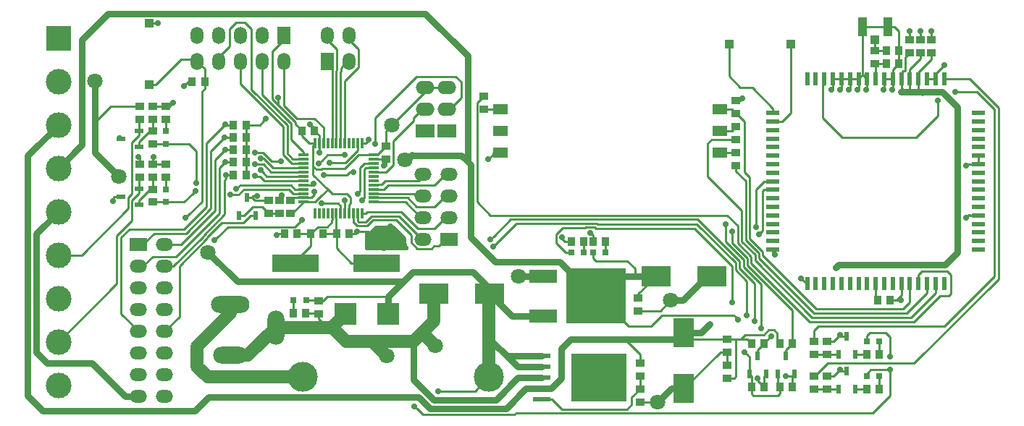
<source format=gbr>
G04 #@! TF.FileFunction,Copper,L1,Top,Signal*
%FSLAX46Y46*%
G04 Gerber Fmt 4.6, Leading zero omitted, Abs format (unit mm)*
G04 Created by KiCad (PCBNEW (2015-05-11 BZR 5650)-product) date Tue 12 May 2015 11:44:45 AM CEST*
%MOMM*%
G01*
G04 APERTURE LIST*
%ADD10C,0.100000*%
%ADD11R,0.299720X1.300480*%
%ADD12R,1.300480X0.299720*%
%ADD13R,1.600000X0.600000*%
%ADD14R,0.600000X1.600000*%
%ADD15R,1.998980X1.524000*%
%ADD16O,1.998980X1.524000*%
%ADD17R,2.199640X1.524000*%
%ADD18O,2.199640X1.524000*%
%ADD19R,3.500120X2.400300*%
%ADD20R,2.550160X2.499360*%
%ADD21R,1.000760X0.899160*%
%ADD22R,2.400300X3.500120*%
%ADD23R,0.899160X1.000760*%
%ADD24C,3.500120*%
%ADD25O,1.998980X4.000500*%
%ADD26O,4.000500X1.998980*%
%ADD27O,4.500880X1.998980*%
%ADD28R,1.700000X1.300000*%
%ADD29R,1.050000X2.200000*%
%ADD30R,1.000000X1.050000*%
%ADD31R,2.999740X2.999740*%
%ADD32C,2.999740*%
%ADD33R,0.797560X0.797560*%
%ADD34R,0.599440X1.000760*%
%ADD35R,1.000760X0.599440*%
%ADD36R,1.000760X1.000760*%
%ADD37R,1.998980X0.596900*%
%ADD38R,6.499860X5.598160*%
%ADD39R,3.200400X1.600200*%
%ADD40R,7.000240X6.499860*%
%ADD41R,5.499100X1.998980*%
%ADD42R,1.524000X1.998980*%
%ADD43O,1.524000X1.998980*%
%ADD44C,0.700000*%
%ADD45C,1.800000*%
%ADD46C,0.600000*%
%ADD47C,0.254000*%
%ADD48C,0.800000*%
%ADD49C,1.500000*%
G04 APERTURE END LIST*
D10*
D11*
X100604320Y-111033560D03*
X101104700Y-111033560D03*
X101605080Y-111033560D03*
X102102920Y-111033560D03*
X102603300Y-111033560D03*
X99103180Y-111033560D03*
X99603560Y-111033560D03*
X100103940Y-111033560D03*
D12*
X105953560Y-109684820D03*
X105953560Y-109184440D03*
X105953560Y-108684060D03*
X105953560Y-108183680D03*
X105953560Y-107683300D03*
X105953560Y-107182920D03*
X105953560Y-106685080D03*
X105953560Y-106184700D03*
D11*
X104604820Y-102834440D03*
X104104440Y-102834440D03*
X103604060Y-102834440D03*
X103103680Y-102834440D03*
X102603300Y-102834440D03*
X102102920Y-102834440D03*
X101605080Y-102834440D03*
X101104700Y-102834440D03*
D12*
X97754440Y-104183180D03*
X97754440Y-104683560D03*
X97754440Y-105183940D03*
X97754440Y-105684320D03*
X97754440Y-106184700D03*
X97754440Y-106685080D03*
X97754440Y-107182920D03*
X97754440Y-107683300D03*
D11*
X103103680Y-111033560D03*
X103604060Y-111033560D03*
X104104440Y-111033560D03*
X104604820Y-111033560D03*
D12*
X105953560Y-105684320D03*
X105953560Y-105183940D03*
X105953560Y-104683560D03*
X105953560Y-104183180D03*
D11*
X100604320Y-102834440D03*
X100103940Y-102834440D03*
X99603560Y-102834440D03*
X99103180Y-102834440D03*
D12*
X97754440Y-108183680D03*
X97754440Y-108684060D03*
X97754440Y-109184440D03*
X97754440Y-109684820D03*
D13*
X152654000Y-99250000D03*
X152654000Y-100250000D03*
X152654000Y-101250000D03*
X152654000Y-102250000D03*
X152654000Y-103250000D03*
X152654000Y-104250000D03*
X152654000Y-105250000D03*
X152654000Y-106250000D03*
X152654000Y-107250000D03*
X152654000Y-108250000D03*
X152654000Y-109250000D03*
X152654000Y-110250000D03*
X152654000Y-111250000D03*
X152654000Y-112250000D03*
X152654000Y-113250000D03*
X152654000Y-114250000D03*
X152654000Y-115250000D03*
D14*
X156654000Y-119250000D03*
X157654000Y-119250000D03*
X158654000Y-119250000D03*
X159654000Y-119250000D03*
X160654000Y-119250000D03*
X161654000Y-119250000D03*
X162654000Y-119250000D03*
X163654000Y-119250000D03*
X164654000Y-119250000D03*
X165654000Y-119250000D03*
X166654000Y-119250000D03*
X167654000Y-119250000D03*
X168654000Y-119250000D03*
X169654000Y-119250000D03*
X170654000Y-119250000D03*
X171654000Y-119250000D03*
X172654000Y-119250000D03*
D13*
X176654000Y-115250000D03*
X176654000Y-114250000D03*
X176654000Y-113250000D03*
X176654000Y-112250000D03*
X176654000Y-111250000D03*
X176654000Y-110250000D03*
X176654000Y-109250000D03*
X176654000Y-108250000D03*
X176654000Y-107250000D03*
X176654000Y-106250000D03*
X176654000Y-105250000D03*
X176654000Y-104250000D03*
X176654000Y-103250000D03*
X176654000Y-102250000D03*
X176654000Y-101250000D03*
X176654000Y-100250000D03*
X176654000Y-99250000D03*
D14*
X172654000Y-95250000D03*
X171654000Y-95250000D03*
X170654000Y-95250000D03*
X169654000Y-95250000D03*
X168654000Y-95250000D03*
X167654000Y-95250000D03*
X166654000Y-95250000D03*
X165654000Y-95250000D03*
X164654000Y-95250000D03*
X163654000Y-95250000D03*
X162654000Y-95250000D03*
X161654000Y-95250000D03*
X160654000Y-95250000D03*
X159654000Y-95250000D03*
X158654000Y-95250000D03*
X157654000Y-95250000D03*
X156654000Y-95250000D03*
D15*
X78491080Y-114681000D03*
D16*
X81528920Y-114681000D03*
X78491080Y-117221000D03*
X81528920Y-117221000D03*
X78491080Y-119761000D03*
X81528920Y-119761000D03*
X78491080Y-122301000D03*
X81528920Y-122301000D03*
X78491080Y-124841000D03*
X81528920Y-124841000D03*
X78491080Y-127381000D03*
X81528920Y-127381000D03*
X78491080Y-129921000D03*
X81528920Y-129921000D03*
X78491080Y-132461000D03*
X81528920Y-132461000D03*
D17*
X112014000Y-101346000D03*
D18*
X112014000Y-98806000D03*
X112014000Y-96266000D03*
D19*
X119519700Y-120396000D03*
X113017300Y-120396000D03*
D20*
X102631240Y-122809000D03*
X107680760Y-122809000D03*
D21*
X99568000Y-121231660D03*
X99568000Y-122735340D03*
D19*
X138988800Y-118364000D03*
X145491200Y-118364000D03*
D22*
X142240000Y-125018800D03*
X142240000Y-131521200D03*
D21*
X136906000Y-120914160D03*
X136906000Y-122417840D03*
X147320000Y-125740160D03*
X147320000Y-127243840D03*
D23*
X164856160Y-121158000D03*
X166359840Y-121158000D03*
X165872160Y-93472000D03*
X167375840Y-93472000D03*
X165872160Y-91948000D03*
X167375840Y-91948000D03*
D21*
X148336000Y-99303840D03*
X148336000Y-97800160D03*
D23*
X86233000Y-95631000D03*
X84729320Y-95631000D03*
X97017840Y-113411000D03*
X95514160Y-113411000D03*
X101620320Y-113411000D03*
X103124000Y-113411000D03*
X97546160Y-101346000D03*
X99049840Y-101346000D03*
D21*
X107442000Y-103144320D03*
X107442000Y-104648000D03*
X96266000Y-110987840D03*
X96266000Y-109484160D03*
D24*
X97701100Y-130175000D03*
X119468900Y-130175000D03*
D25*
X94518480Y-124388880D03*
D26*
X89217500Y-127640080D03*
D27*
X89217500Y-121638060D03*
D28*
X146470000Y-98806000D03*
X146470000Y-101346000D03*
X146470000Y-103886000D03*
X120770000Y-98806000D03*
X120770000Y-101346000D03*
X120770000Y-103886000D03*
D29*
X163117000Y-89154000D03*
X166067000Y-89154000D03*
D30*
X164592000Y-90679000D03*
D31*
X69151500Y-90487500D03*
D32*
X69151500Y-105727500D03*
X69151500Y-110807500D03*
X69151500Y-115887500D03*
X69151500Y-120967500D03*
X69151500Y-126047500D03*
X69151500Y-131127500D03*
X69151500Y-100647500D03*
X69151500Y-95567500D03*
D17*
X114554000Y-101346000D03*
D18*
X114554000Y-98806000D03*
X114554000Y-96266000D03*
D33*
X98082100Y-121208800D03*
X96583500Y-121208800D03*
X131584700Y-115570000D03*
X133083300Y-115570000D03*
X129044700Y-115570000D03*
X130543300Y-115570000D03*
X81692750Y-102889050D03*
X81692750Y-101390450D03*
X81692750Y-109683550D03*
X81692750Y-108184950D03*
D34*
X149923500Y-129834640D03*
X150876000Y-127721360D03*
X151828500Y-129834640D03*
X153225500Y-129834640D03*
X154178000Y-127721360D03*
X155130500Y-129834640D03*
D35*
X78558390Y-103219250D03*
X76445110Y-102266750D03*
X78558390Y-101314250D03*
X78558390Y-110013750D03*
X76445110Y-109061250D03*
X78558390Y-108108750D03*
D34*
X90233500Y-111292640D03*
X91186000Y-109179360D03*
X92138500Y-111292640D03*
D23*
X98033840Y-122682000D03*
X96530160Y-122682000D03*
X150124160Y-131318000D03*
X151627840Y-131318000D03*
X153426160Y-131318000D03*
X154929840Y-131318000D03*
X150124160Y-126238000D03*
X151627840Y-126238000D03*
X153426160Y-126238000D03*
X154929840Y-126238000D03*
D21*
X137160000Y-128534160D03*
X137160000Y-130037840D03*
X137160000Y-131582160D03*
X137160000Y-133085840D03*
X147320000Y-130291840D03*
X147320000Y-128788160D03*
D23*
X131582160Y-114300000D03*
X133085840Y-114300000D03*
X129052320Y-114300000D03*
X130556000Y-114300000D03*
D21*
X148336000Y-100848160D03*
X148336000Y-102351840D03*
X148336000Y-103896160D03*
X148336000Y-105399840D03*
X164592000Y-91958160D03*
X164592000Y-93461840D03*
X118872000Y-97292160D03*
X118872000Y-98795840D03*
X78644750Y-99970590D03*
X78644750Y-98466910D03*
X78644750Y-106765090D03*
X78644750Y-105261410D03*
X80168750Y-99970590D03*
X80168750Y-98466910D03*
X80168750Y-106765090D03*
X80168750Y-105261410D03*
X80168750Y-102891590D03*
X80168750Y-101387910D03*
X80168750Y-109686090D03*
X80168750Y-108182410D03*
X81692750Y-98466910D03*
X81692750Y-99970590D03*
X81692750Y-105261410D03*
X81692750Y-106765090D03*
D23*
X100076000Y-113411000D03*
X98572320Y-113411000D03*
D21*
X93726000Y-110987840D03*
X93726000Y-109484160D03*
X94996000Y-109484160D03*
X94996000Y-110987840D03*
D23*
X89545160Y-106489500D03*
X91048840Y-106489500D03*
X89545160Y-105029000D03*
X91048840Y-105029000D03*
X89545160Y-103568500D03*
X91048840Y-103568500D03*
X89545160Y-102108000D03*
X91048840Y-102108000D03*
X89545160Y-100647500D03*
X91048840Y-100647500D03*
D36*
X147530820Y-91186000D03*
X154729180Y-91186000D03*
X79756000Y-88729820D03*
X79756000Y-95928180D03*
D37*
X125577600Y-127711200D03*
X125577600Y-132791200D03*
D38*
X132275580Y-130251200D03*
D37*
X125577600Y-128981200D03*
X125577600Y-130251200D03*
X125577600Y-131521200D03*
D39*
X125755400Y-118399560D03*
X125755400Y-123002040D03*
D40*
X132003800Y-120700800D03*
D41*
X96786700Y-116840000D03*
X106286300Y-116840000D03*
D42*
X95504000Y-90175080D03*
D43*
X95504000Y-93212920D03*
X92964000Y-90175080D03*
X92964000Y-93212920D03*
X90424000Y-90175080D03*
X90424000Y-93212920D03*
X87884000Y-90175080D03*
X87884000Y-93212920D03*
X85344000Y-90175080D03*
X85344000Y-93212920D03*
D42*
X100584000Y-93212920D03*
D43*
X100584000Y-90175080D03*
X103124000Y-93212920D03*
X103124000Y-90175080D03*
D15*
X114802920Y-114046000D03*
D16*
X111765080Y-114046000D03*
X114802920Y-111506000D03*
X111765080Y-111506000D03*
X114802920Y-108966000D03*
X111765080Y-108966000D03*
X114802920Y-106426000D03*
X111765080Y-106426000D03*
D33*
X163588700Y-125984000D03*
X165087300Y-125984000D03*
X163588700Y-130048000D03*
X165087300Y-130048000D03*
D34*
X160337500Y-127548640D03*
X161290000Y-125435360D03*
X162242500Y-127548640D03*
X160337500Y-131612640D03*
X161290000Y-129499360D03*
X162242500Y-131612640D03*
D23*
X163586160Y-127508000D03*
X165089840Y-127508000D03*
X163586160Y-131572000D03*
X165089840Y-131572000D03*
D21*
X159004000Y-127497840D03*
X159004000Y-125994160D03*
X159004000Y-131561840D03*
X159004000Y-130058160D03*
X157480000Y-125994160D03*
X157480000Y-127497840D03*
X157480000Y-130058160D03*
X157480000Y-131561840D03*
X169926000Y-92191840D03*
X169926000Y-90688160D03*
X168656000Y-92191840D03*
X168656000Y-90688160D03*
X171196000Y-92191840D03*
X171196000Y-90688160D03*
D44*
X78486000Y-104394000D03*
D45*
X73406000Y-95504000D03*
X76200000Y-106680004D03*
X86614000Y-115570000D03*
D44*
X113538000Y-131826000D03*
X166370000Y-129286000D03*
X166370000Y-127762000D03*
X110744000Y-133603990D03*
X92295980Y-108966000D03*
X175260000Y-111506000D03*
X175260000Y-105410000D03*
X172701119Y-93616225D03*
X167640000Y-121158000D03*
X80264000Y-104394000D03*
X149098000Y-97536000D03*
D45*
X122936000Y-118364000D03*
D44*
X119380000Y-104648000D03*
X82550000Y-98044000D03*
X75502630Y-109538630D03*
X76233194Y-102182565D03*
X160528000Y-125222000D03*
X160528000Y-129286000D03*
X152908000Y-115824000D03*
X155956000Y-118618000D03*
X166624000Y-96520000D03*
X165608000Y-96520000D03*
X163576000Y-96520000D03*
X162560000Y-96520000D03*
X161544000Y-96520000D03*
X160528000Y-96520000D03*
X159512000Y-96520000D03*
D45*
X140716000Y-121158000D03*
X139192000Y-133096000D03*
X107492800Y-127711200D03*
X113131600Y-126492000D03*
D44*
X98553130Y-100582870D03*
X94615000Y-113538000D03*
X83820000Y-96146990D03*
X80772000Y-88773000D03*
X168656000Y-89662000D03*
X169926000Y-89662000D03*
X171196000Y-89662000D03*
X131318000Y-113291050D03*
X128016000Y-113792000D03*
X107950000Y-112522000D03*
X109474000Y-114046000D03*
X107188000Y-115062000D03*
X105664000Y-113538000D03*
X104013000Y-113157000D03*
X102616000Y-109474000D03*
X107188000Y-105410000D03*
X99060000Y-108458000D03*
X99611582Y-103915038D03*
X94825820Y-97482660D03*
X93355160Y-99938840D03*
X149352000Y-127254000D03*
X148590000Y-123444000D03*
D45*
X109575600Y-104749600D03*
X108121102Y-100666898D03*
D44*
X160020000Y-117348000D03*
X147840545Y-121399455D03*
D46*
X145288000Y-123952000D03*
D44*
X83982560Y-111556800D03*
X87370920Y-114129820D03*
X97599500Y-111760000D03*
X99910381Y-109835047D03*
X147126960Y-112308640D03*
X150675708Y-112600009D03*
X152462120Y-125392180D03*
X151287480Y-124454920D03*
X147866100Y-113131600D03*
X151008080Y-113469422D03*
X173990000Y-96774000D03*
X171958000Y-97790000D03*
X106172000Y-102870000D03*
X103632004Y-106172000D03*
X98980284Y-107543697D03*
X100092638Y-106479905D03*
X92732375Y-104565147D03*
X88562180Y-102102920D03*
X92062965Y-105262498D03*
X88607900Y-103578660D03*
X92743264Y-105950137D03*
X88653620Y-104990900D03*
X89923620Y-108107480D03*
X85199220Y-107414060D03*
X89240693Y-108842920D03*
X85120480Y-108376720D03*
X150876000Y-130302000D03*
X149606000Y-122936000D03*
X119918610Y-114899826D03*
X104140000Y-108712000D03*
X154178000Y-130048000D03*
X150522940Y-123654820D03*
X119634000Y-114045994D03*
X104576837Y-109498889D03*
X100789233Y-105071020D03*
X95242389Y-108865066D03*
X92075000Y-106616521D03*
X88681560Y-106479340D03*
X105410000Y-102362000D03*
X102616000Y-104140000D03*
X99568000Y-105156000D03*
X95148741Y-104876258D03*
X92048444Y-103888127D03*
X88572340Y-100634800D03*
D47*
X78644750Y-105261410D02*
X78644750Y-104552750D01*
X78644750Y-104552750D02*
X78486000Y-104394000D01*
D48*
X73406000Y-103886004D02*
X73406000Y-100327374D01*
X73406000Y-100327374D02*
X73406000Y-96776792D01*
D47*
X78644750Y-98466910D02*
X75266464Y-98466910D01*
X75266464Y-98466910D02*
X73406000Y-100327374D01*
D48*
X73406000Y-96776792D02*
X73406000Y-95504000D01*
X76200000Y-106680004D02*
X73406000Y-103886004D01*
X109419888Y-118989612D02*
X110553500Y-117856000D01*
X109419888Y-118989612D02*
X90033612Y-118989612D01*
X107680760Y-120728740D02*
X109419888Y-118989612D01*
X90033612Y-118989612D02*
X86614000Y-115570000D01*
D47*
X163588700Y-125984000D02*
X163588700Y-125331220D01*
X163588700Y-125331220D02*
X163951920Y-124968000D01*
X163951920Y-124968000D02*
X165862000Y-124968000D01*
X165862000Y-124968000D02*
X166370000Y-125476000D01*
X166370000Y-125476000D02*
X166370000Y-127762000D01*
X164084000Y-129286000D02*
X166370000Y-129286000D01*
X163588700Y-129781300D02*
X164084000Y-129286000D01*
X163588700Y-130048000D02*
X163588700Y-129781300D01*
X113538000Y-131826000D02*
X117817900Y-131826000D01*
X117817900Y-131826000D02*
X119468900Y-130175000D01*
D48*
X125577600Y-127711200D02*
X121513600Y-127711200D01*
X119468900Y-125666500D02*
X119468900Y-125615700D01*
X121513600Y-127711200D02*
X119468900Y-125666500D01*
X125577600Y-128981200D02*
X122834400Y-128981200D01*
X122834400Y-128981200D02*
X119468900Y-125615700D01*
X119468900Y-125615700D02*
X119468900Y-125615700D01*
X125755400Y-123002040D02*
X122125740Y-123002040D01*
X122125740Y-123002040D02*
X119519700Y-120396000D01*
D47*
X98082100Y-121208800D02*
X99545140Y-121208800D01*
X99545140Y-121208800D02*
X99568000Y-121231660D01*
X99568000Y-121231660D02*
X100053140Y-121231660D01*
X100053140Y-121231660D02*
X100556060Y-120728740D01*
X100556060Y-120728740D02*
X107680760Y-120728740D01*
D48*
X107680760Y-122809000D02*
X107680760Y-120728740D01*
X117538500Y-117856000D02*
X119519700Y-119837200D01*
X110553500Y-117856000D02*
X117538500Y-117856000D01*
X119519700Y-119837200D02*
X119519700Y-120396000D01*
D49*
X119468900Y-130175000D02*
X119468900Y-125615700D01*
X119468900Y-125615700D02*
X119468900Y-120446800D01*
X119468900Y-120446800D02*
X119519700Y-120396000D01*
D47*
X166370000Y-132334000D02*
X164338000Y-134366000D01*
X122433995Y-134585010D02*
X111725020Y-134585010D01*
X166370000Y-129286000D02*
X166370000Y-132334000D01*
X164338000Y-134366000D02*
X122653005Y-134366000D01*
X122653005Y-134366000D02*
X122433995Y-134585010D01*
X111725020Y-134585010D02*
X111043999Y-133903989D01*
X111043999Y-133903989D02*
X110744000Y-133603990D01*
X91801006Y-108966000D02*
X92295980Y-108966000D01*
X91739720Y-109027286D02*
X91801006Y-108966000D01*
X91739720Y-109179360D02*
X91739720Y-109027286D01*
X91186000Y-109179360D02*
X91739720Y-109179360D01*
X175559999Y-111206001D02*
X175260000Y-111506000D01*
X175770000Y-111250000D02*
X175726001Y-111206001D01*
X175726001Y-111206001D02*
X175559999Y-111206001D01*
X176654000Y-111250000D02*
X175516000Y-111250000D01*
X175516000Y-111250000D02*
X175260000Y-111506000D01*
X175420000Y-105250000D02*
X175260000Y-105410000D01*
X176654000Y-105250000D02*
X175420000Y-105250000D01*
X176654000Y-104250000D02*
X176654000Y-105250000D01*
X170654000Y-95250000D02*
X171654000Y-95250000D01*
X166359840Y-121158000D02*
X167640000Y-121158000D01*
X80168750Y-105261410D02*
X80168750Y-104489250D01*
X80168750Y-104489250D02*
X80264000Y-104394000D01*
X81692750Y-105261410D02*
X80168750Y-105261410D01*
X148336000Y-97800160D02*
X148833840Y-97800160D01*
X148833840Y-97800160D02*
X149098000Y-97536000D01*
D48*
X125755400Y-118399560D02*
X122971560Y-118399560D01*
X122971560Y-118399560D02*
X122936000Y-118364000D01*
D47*
X119920000Y-103886000D02*
X119920000Y-104108000D01*
X119920000Y-104108000D02*
X119380000Y-104648000D01*
X81692750Y-98466910D02*
X82127090Y-98466910D01*
X82127090Y-98466910D02*
X82550000Y-98044000D01*
X80168750Y-98466910D02*
X81692750Y-98466910D01*
X75690730Y-109061250D02*
X75502630Y-109249350D01*
X76445110Y-109061250D02*
X75690730Y-109061250D01*
X75502630Y-109249350D02*
X75502630Y-109538630D01*
X76317379Y-102266750D02*
X76233194Y-102182565D01*
X76445110Y-102266750D02*
X76317379Y-102266750D01*
X159004000Y-130058160D02*
X159755840Y-130058160D01*
X159755840Y-130058160D02*
X160528000Y-129286000D01*
X159004000Y-125994160D02*
X159755840Y-125994160D01*
X159755840Y-125994160D02*
X160528000Y-125222000D01*
X161290000Y-125435360D02*
X160741360Y-125435360D01*
X160741360Y-125435360D02*
X160528000Y-125222000D01*
X161290000Y-129499360D02*
X160741360Y-129499360D01*
X160741360Y-129499360D02*
X160528000Y-129286000D01*
X152654000Y-115250000D02*
X152654000Y-115570000D01*
X152654000Y-115570000D02*
X152908000Y-115824000D01*
X156654000Y-119250000D02*
X156588000Y-119250000D01*
X156588000Y-119250000D02*
X155956000Y-118618000D01*
X166359840Y-121158000D02*
X167063420Y-121158000D01*
X167063420Y-121158000D02*
X167654000Y-120567420D01*
X167654000Y-120567420D02*
X167654000Y-120304000D01*
X167654000Y-120304000D02*
X167654000Y-119250000D01*
X147320000Y-127243840D02*
X147320000Y-128788160D01*
X137160000Y-133085840D02*
X139181840Y-133085840D01*
X139181840Y-133085840D02*
X139192000Y-133096000D01*
X166654000Y-95250000D02*
X166654000Y-96490000D01*
X166654000Y-96490000D02*
X166624000Y-96520000D01*
X165654000Y-95250000D02*
X165654000Y-96474000D01*
X165654000Y-96474000D02*
X165608000Y-96520000D01*
X163654000Y-95250000D02*
X163654000Y-96442000D01*
X163654000Y-96442000D02*
X163576000Y-96520000D01*
X162654000Y-95250000D02*
X162654000Y-96426000D01*
X162654000Y-96426000D02*
X162560000Y-96520000D01*
X161654000Y-95250000D02*
X161654000Y-96410000D01*
X161654000Y-96410000D02*
X161544000Y-96520000D01*
X160654000Y-95250000D02*
X160654000Y-96394000D01*
X160654000Y-96394000D02*
X160528000Y-96520000D01*
X159654000Y-95250000D02*
X159654000Y-96378000D01*
X159654000Y-96378000D02*
X159512000Y-96520000D01*
X159654000Y-95250000D02*
X161654000Y-95250000D01*
X159654000Y-95250000D02*
X160654000Y-95250000D01*
X161654000Y-95250000D02*
X162654000Y-95250000D01*
X163117000Y-94212724D02*
X163117000Y-94713000D01*
X163117000Y-89154000D02*
X163117000Y-94212724D01*
X163117000Y-94212724D02*
X163117000Y-94787000D01*
X163117000Y-94787000D02*
X162654000Y-95250000D01*
X163117000Y-94713000D02*
X163654000Y-95250000D01*
X163117000Y-89154000D02*
X163896000Y-89154000D01*
X163896000Y-89154000D02*
X166067000Y-89154000D01*
X166067000Y-89154000D02*
X166846000Y-89154000D01*
X166846000Y-89154000D02*
X167375840Y-89683840D01*
X167375840Y-89683840D02*
X167375840Y-91193620D01*
X167375840Y-91193620D02*
X167375840Y-91948000D01*
X166654000Y-95250000D02*
X165654000Y-95250000D01*
X167375840Y-93472000D02*
X166654000Y-94193840D01*
X166654000Y-94193840D02*
X166654000Y-95250000D01*
X167375840Y-93472000D02*
X167375840Y-91948000D01*
X136906000Y-122417840D02*
X139456160Y-122417840D01*
D48*
X142147290Y-121158000D02*
X144941290Y-118364000D01*
X142147290Y-121158000D02*
X141988792Y-121158000D01*
X141988792Y-121158000D02*
X140716000Y-121158000D01*
D47*
X139456160Y-122417840D02*
X140716000Y-121158000D01*
X147320000Y-127243840D02*
X146517360Y-127243840D01*
X146517360Y-127243840D02*
X142240000Y-131521200D01*
D48*
X145491200Y-118364000D02*
X144941290Y-118364000D01*
X142240000Y-131521200D02*
X140766800Y-131521200D01*
X140766800Y-131521200D02*
X139192000Y-133096000D01*
D49*
X105300995Y-125984000D02*
X110617000Y-125984000D01*
X102743000Y-125984000D02*
X105300995Y-125984000D01*
X105300995Y-125984000D02*
X105765600Y-125984000D01*
X105765600Y-125984000D02*
X107492800Y-127711200D01*
X111618378Y-124982622D02*
X113017300Y-123583700D01*
X110617000Y-125984000D02*
X111618378Y-124982622D01*
X111618378Y-124982622D02*
X111622222Y-124982622D01*
X111622222Y-124982622D02*
X113131600Y-126492000D01*
D47*
X98033840Y-122682000D02*
X99514660Y-122682000D01*
X99514660Y-122682000D02*
X99568000Y-122735340D01*
X99568000Y-122735340D02*
X99568000Y-123393200D01*
X100563680Y-124388880D02*
X98938080Y-124388880D01*
X99568000Y-123393200D02*
X100563680Y-124388880D01*
D49*
X101051360Y-124388880D02*
X101147880Y-124388880D01*
X113017300Y-123583700D02*
X113017300Y-120396000D01*
X101147880Y-124388880D02*
X102743000Y-125984000D01*
X94518480Y-124388880D02*
X97416620Y-124388880D01*
X97416620Y-124388880D02*
X98938080Y-124388880D01*
X98938080Y-124388880D02*
X101051360Y-124388880D01*
X101051360Y-124388880D02*
X102631240Y-122809000D01*
X89217500Y-127640080D02*
X91267280Y-127640080D01*
X91267280Y-127640080D02*
X94518480Y-124388880D01*
D47*
X98853129Y-100882869D02*
X98553130Y-100582870D01*
X99049840Y-101079580D02*
X98853129Y-100882869D01*
X99049840Y-101346000D02*
X99049840Y-101079580D01*
X92044520Y-109484160D02*
X93726000Y-109484160D01*
X91739720Y-109179360D02*
X92044520Y-109484160D01*
X93726000Y-109484160D02*
X93675200Y-109484160D01*
X99603560Y-102834440D02*
X99603560Y-101899720D01*
X99603560Y-101899720D02*
X99049840Y-101346000D01*
X96266000Y-109484160D02*
X96565720Y-109184440D01*
X96565720Y-109184440D02*
X97754440Y-109184440D01*
X107406440Y-104683560D02*
X107442000Y-104648000D01*
X105953560Y-104683560D02*
X107406440Y-104683560D01*
X94742000Y-113411000D02*
X94615000Y-113538000D01*
X95514160Y-113411000D02*
X94742000Y-113411000D01*
X84335990Y-95631000D02*
X83820000Y-96146990D01*
X84729320Y-95631000D02*
X84335990Y-95631000D01*
X80728820Y-88729820D02*
X80772000Y-88773000D01*
X79756000Y-88729820D02*
X80728820Y-88729820D01*
X171654000Y-94663344D02*
X171654000Y-95250000D01*
X172701119Y-93616225D02*
X171654000Y-94663344D01*
X168656000Y-90688160D02*
X168656000Y-89662000D01*
X169926000Y-90688160D02*
X169926000Y-89662000D01*
X171196000Y-90688160D02*
X171196000Y-89662000D01*
X131327590Y-113291050D02*
X131318000Y-113291050D01*
X131582160Y-114300000D02*
X131582160Y-113545620D01*
X131582160Y-113545620D02*
X131327590Y-113291050D01*
X128016000Y-113967260D02*
X128016000Y-113792000D01*
X129052320Y-114300000D02*
X128348740Y-114300000D01*
X128348740Y-114300000D02*
X128016000Y-113967260D01*
X106934000Y-113538000D02*
X105664000Y-113538000D01*
X107950000Y-112522000D02*
X106934000Y-113538000D01*
X108204000Y-114046000D02*
X109474000Y-114046000D01*
X107188000Y-115062000D02*
X108204000Y-114046000D01*
X105283000Y-113157000D02*
X105664000Y-113538000D01*
X103124000Y-113411000D02*
X103827580Y-113411000D01*
X103827580Y-113411000D02*
X104013000Y-113225580D01*
X104013000Y-113225580D02*
X104013000Y-113157000D01*
X104013000Y-113157000D02*
X105283000Y-113157000D01*
D48*
X125577600Y-130251200D02*
X122842573Y-130251200D01*
X110617000Y-130476771D02*
X110617000Y-125984000D01*
X112998219Y-132857990D02*
X110617000Y-130476771D01*
X122842573Y-130251200D02*
X120235783Y-132857990D01*
X120235783Y-132857990D02*
X112998219Y-132857990D01*
D47*
X102603300Y-111033560D02*
X102603300Y-109486700D01*
X102603300Y-109486700D02*
X102616000Y-109474000D01*
X107383580Y-105410000D02*
X107188000Y-105410000D01*
X107442000Y-104648000D02*
X107442000Y-105351580D01*
X107442000Y-105351580D02*
X107383580Y-105410000D01*
X97754440Y-109184440D02*
X98658680Y-109184440D01*
X98658680Y-109184440D02*
X99060000Y-108783120D01*
X99060000Y-108783120D02*
X99060000Y-108458000D01*
X99603560Y-103907016D02*
X99611582Y-103915038D01*
X99603560Y-102834440D02*
X99603560Y-103907016D01*
X94700424Y-98199991D02*
X94825820Y-98074595D01*
X94825820Y-97906924D02*
X94825820Y-97482660D01*
X94825820Y-98074595D02*
X94825820Y-97906924D01*
X94700424Y-98199991D02*
X94142560Y-97642127D01*
X94142560Y-97642127D02*
X94142560Y-92022930D01*
X94142560Y-92022930D02*
X95504000Y-90661490D01*
X95504000Y-90661490D02*
X95504000Y-90424000D01*
X93055161Y-100238839D02*
X93355160Y-99938840D01*
X92646500Y-100647500D02*
X93055161Y-100238839D01*
X91048840Y-100647500D02*
X92646500Y-100647500D01*
X96842580Y-100342147D02*
X94700424Y-98199991D01*
D48*
X69151500Y-105727500D02*
X71882000Y-102997000D01*
X71882000Y-102997000D02*
X71882000Y-90678000D01*
X71882000Y-90678000D02*
X74930561Y-87629439D01*
X74930561Y-87629439D02*
X112013439Y-87629439D01*
X112013439Y-87629439D02*
X116937087Y-92553087D01*
X116937087Y-92553087D02*
X116937087Y-104948287D01*
X116937087Y-104948287D02*
X116230400Y-104241600D01*
D47*
X149651999Y-127553999D02*
X149352000Y-127254000D01*
X149923500Y-129834640D02*
X149923500Y-127825500D01*
X149923500Y-127825500D02*
X149651999Y-127553999D01*
X148082000Y-122936000D02*
X148290001Y-123144001D01*
X139700000Y-122936000D02*
X148082000Y-122936000D01*
X138431270Y-124204730D02*
X139700000Y-122936000D01*
X135757920Y-124204730D02*
X138431270Y-124204730D01*
X132253990Y-120700800D02*
X135757920Y-124204730D01*
X148290001Y-123144001D02*
X148590000Y-123444000D01*
X132003800Y-120700800D02*
X132253990Y-120700800D01*
D48*
X110490000Y-104190800D02*
X109931200Y-104749600D01*
X109931200Y-104749600D02*
X109575600Y-104749600D01*
X110540800Y-104241600D02*
X110490000Y-104190800D01*
X116230400Y-104241600D02*
X110540800Y-104241600D01*
X138988800Y-118364000D02*
X136528164Y-118364000D01*
X136528164Y-118364000D02*
X134340600Y-118364000D01*
D47*
X150124160Y-131318000D02*
X150124160Y-132072380D01*
X150124160Y-132072380D02*
X150368000Y-132316220D01*
X150368000Y-132316220D02*
X153182320Y-132316220D01*
X153182320Y-132316220D02*
X153426160Y-132072380D01*
X153426160Y-132072380D02*
X153426160Y-131318000D01*
X153225500Y-129834640D02*
X153225500Y-131117340D01*
X153225500Y-131117340D02*
X153426160Y-131318000D01*
X150124160Y-131318000D02*
X150124160Y-130035300D01*
X150124160Y-130035300D02*
X149923500Y-129834640D01*
X136906000Y-120914160D02*
X136906000Y-120446800D01*
X136906000Y-120446800D02*
X138988800Y-118364000D01*
D48*
X134340600Y-118364000D02*
X132003800Y-120700800D01*
D47*
X108121102Y-100666898D02*
X107442000Y-101346000D01*
X112014000Y-96774000D02*
X108121102Y-100666898D01*
X91048840Y-106489500D02*
X91048840Y-105029000D01*
X91048840Y-105029000D02*
X91048840Y-103568500D01*
X91048840Y-102108000D02*
X91048840Y-103568500D01*
X91048840Y-100647500D02*
X91048840Y-102108000D01*
X99103180Y-102834440D02*
X98461113Y-102834440D01*
X97546160Y-101919487D02*
X97546160Y-101346000D01*
X98461113Y-102834440D02*
X97546160Y-101919487D01*
X96842580Y-100591620D02*
X96842580Y-100342147D01*
X97546160Y-101295200D02*
X96842580Y-100591620D01*
X97546160Y-101346000D02*
X97546160Y-101295200D01*
X114554000Y-96266000D02*
X112014000Y-96266000D01*
X98976519Y-102961101D02*
X99103180Y-102834440D01*
X96266000Y-110987840D02*
X96451420Y-110987840D01*
X96451420Y-110987840D02*
X97754440Y-109684820D01*
X107442000Y-102440740D02*
X107442000Y-103144320D01*
X107442000Y-101346000D02*
X107442000Y-102440740D01*
X112014000Y-96266000D02*
X112014000Y-96774000D01*
X106403140Y-104183180D02*
X107442000Y-103144320D01*
X105953560Y-104183180D02*
X106403140Y-104183180D01*
X131584700Y-116222780D02*
X131584700Y-115570000D01*
X131947920Y-116586000D02*
X131584700Y-116222780D01*
X135636000Y-116586000D02*
X131947920Y-116586000D01*
X136528164Y-117478164D02*
X135636000Y-116586000D01*
X136528164Y-118364000D02*
X136528164Y-117478164D01*
D48*
X117348000Y-113792000D02*
X117348000Y-105359200D01*
X120206870Y-116650870D02*
X117348000Y-113792000D01*
X117348000Y-105359200D02*
X116937087Y-104948287D01*
X127703680Y-116650870D02*
X120206870Y-116650870D01*
X131753610Y-120700800D02*
X127703680Y-116650870D01*
X132003800Y-120700800D02*
X131753610Y-120700800D01*
D47*
X98976519Y-102961101D02*
X98940999Y-102996621D01*
X98940999Y-102996621D02*
X98890999Y-103046621D01*
X102870000Y-108712000D02*
X103293001Y-109135001D01*
X103293001Y-109798961D02*
X103103680Y-109988282D01*
X103103680Y-110129320D02*
X103103680Y-111033560D01*
X101106038Y-108712000D02*
X102870000Y-108712000D01*
X103293001Y-109135001D02*
X103293001Y-109798961D01*
X103103680Y-109988282D02*
X103103680Y-110129320D01*
X98890999Y-103046621D02*
X98890999Y-106496961D01*
X99977941Y-105748021D02*
X99892961Y-105833001D01*
X102620017Y-105748021D02*
X99977941Y-105748021D01*
X104184858Y-104183180D02*
X102620017Y-105748021D01*
X99892961Y-105833001D02*
X99243039Y-105833001D01*
X105953560Y-104183180D02*
X104184858Y-104183180D01*
X98890999Y-105480961D02*
X98890999Y-104831039D01*
X99243039Y-105833001D02*
X98890999Y-105480961D01*
X98890999Y-104831039D02*
X98890999Y-103046621D01*
X99103180Y-109684820D02*
X99822000Y-108966000D01*
X97754440Y-109684820D02*
X99103180Y-109684820D01*
X100592924Y-108198886D02*
X101106038Y-108712000D01*
X99825810Y-108966000D02*
X100592924Y-108198886D01*
X99822000Y-108966000D02*
X99825810Y-108966000D01*
X98890999Y-106496961D02*
X100592924Y-108198886D01*
D48*
X65532000Y-132334000D02*
X65532000Y-104267000D01*
X65532000Y-104267000D02*
X69151500Y-100647500D01*
X67310000Y-134112000D02*
X65532000Y-132334000D01*
X74930000Y-134112000D02*
X67310000Y-134112000D01*
X74930000Y-134112000D02*
X74676000Y-134112000D01*
D47*
X147320000Y-130291840D02*
X148092160Y-130291840D01*
X148336000Y-130048000D02*
X148336000Y-125740160D01*
X148092160Y-130291840D02*
X148336000Y-130048000D01*
D48*
X129032000Y-125730000D02*
X135341360Y-125730000D01*
X135341360Y-125730000D02*
X141528800Y-125730000D01*
D47*
X137160000Y-128534160D02*
X137160000Y-127548640D01*
X137160000Y-127548640D02*
X135341360Y-125730000D01*
X169654000Y-96673612D02*
X169553612Y-96774000D01*
D48*
X169553612Y-96774000D02*
X168928297Y-96774000D01*
D47*
X169654000Y-95250000D02*
X169654000Y-96673612D01*
D48*
X168928297Y-96774000D02*
X168348834Y-96774000D01*
D47*
X168654000Y-95250000D02*
X168654000Y-96499703D01*
X168654000Y-96499703D02*
X168928297Y-96774000D01*
X167654000Y-96304000D02*
X168124000Y-96774000D01*
D48*
X168348834Y-96774000D02*
X167640000Y-96774000D01*
D47*
X167654000Y-95250000D02*
X167654000Y-96304000D01*
X168124000Y-96774000D02*
X168348834Y-96774000D01*
D48*
X142240000Y-125018800D02*
X144221200Y-125018800D01*
X144221200Y-125018800D02*
X145288000Y-123952000D01*
D47*
X147320000Y-125740160D02*
X148336000Y-125740160D01*
X148336000Y-125740160D02*
X148888621Y-125740160D01*
X148888621Y-125740160D02*
X149626320Y-125740160D01*
X149626320Y-125740160D02*
X150124160Y-126238000D01*
X147320000Y-125740160D02*
X142961360Y-125740160D01*
X142961360Y-125740160D02*
X142240000Y-125018800D01*
D48*
X125577600Y-131521200D02*
X126685542Y-131521200D01*
X126685542Y-131521200D02*
X127904742Y-130302000D01*
X127904742Y-130302000D02*
X127904742Y-126857258D01*
X127904742Y-126857258D02*
X129032000Y-125730000D01*
X141528800Y-125730000D02*
X142240000Y-125018800D01*
D47*
X169857420Y-96774000D02*
X169553612Y-96774000D01*
X170180000Y-97096580D02*
X169857420Y-96774000D01*
X168910000Y-96792297D02*
X168928297Y-96774000D01*
X168656000Y-92202000D02*
X168656000Y-92191840D01*
X168150201Y-92707799D02*
X168656000Y-92202000D01*
X168152421Y-92710019D02*
X168150201Y-92707799D01*
X168087021Y-94299381D02*
X168152421Y-94233981D01*
X167856619Y-94299381D02*
X168087021Y-94299381D01*
X167654000Y-94502000D02*
X167856619Y-94299381D01*
X168152421Y-94233981D02*
X168152421Y-92710019D01*
X167654000Y-95250000D02*
X167654000Y-94502000D01*
X169926000Y-92924000D02*
X169926000Y-92191840D01*
X168654000Y-94196000D02*
X169926000Y-92924000D01*
X168654000Y-95250000D02*
X168654000Y-94196000D01*
X171196000Y-92964000D02*
X171196000Y-92191840D01*
X169654000Y-94506000D02*
X171196000Y-92964000D01*
X169654000Y-95250000D02*
X169654000Y-94506000D01*
D48*
X172765999Y-117048001D02*
X160319999Y-117048001D01*
X174203360Y-115610640D02*
X172765999Y-117048001D01*
X174203360Y-98573362D02*
X174203360Y-115610640D01*
X160319999Y-117048001D02*
X160020000Y-117348000D01*
X172403998Y-96774000D02*
X174203360Y-98573362D01*
X169553612Y-96774000D02*
X172403998Y-96774000D01*
D47*
X149397000Y-125231781D02*
X148888621Y-125740160D01*
X151571477Y-125231781D02*
X149397000Y-125231781D01*
X152129519Y-124673739D02*
X151571477Y-125231781D01*
X152763599Y-124673739D02*
X152129519Y-124673739D01*
X153139140Y-125049280D02*
X152763599Y-124673739D01*
X153139140Y-125950980D02*
X153139140Y-125049280D01*
X153426160Y-126238000D02*
X153139140Y-125950980D01*
X147840545Y-121399455D02*
X147840545Y-117174533D01*
X143442012Y-112776000D02*
X131991962Y-112776000D01*
X131829991Y-112614030D02*
X130806009Y-112614030D01*
X130806009Y-112614030D02*
X130690999Y-112729039D01*
X130690999Y-112729039D02*
X128076999Y-112729039D01*
X128076999Y-112729039D02*
X127338999Y-113467039D01*
X131991962Y-112776000D02*
X131829991Y-112614030D01*
X127338999Y-113467039D02*
X127338999Y-114517079D01*
X147840545Y-117174533D02*
X143442012Y-112776000D01*
X127338999Y-114517079D02*
X128391920Y-115570000D01*
X128391920Y-115570000D02*
X129044700Y-115570000D01*
D48*
X111251063Y-132525061D02*
X86676939Y-132525061D01*
X112584002Y-133858000D02*
X111251063Y-132525061D01*
X121441310Y-133858000D02*
X112584002Y-133858000D01*
X86676939Y-132525061D02*
X85090000Y-134112000D01*
X123778110Y-131521200D02*
X121441310Y-133858000D01*
X125577600Y-131521200D02*
X123778110Y-131521200D01*
X85090000Y-134112000D02*
X74930000Y-134112000D01*
D47*
X164654000Y-119250000D02*
X164654000Y-120955840D01*
X164654000Y-120955840D02*
X164856160Y-121158000D01*
X164592000Y-93461840D02*
X165862000Y-93461840D01*
X165862000Y-93461840D02*
X165872160Y-93472000D01*
X164654000Y-95250000D02*
X164654000Y-93523840D01*
X164654000Y-93523840D02*
X164592000Y-93461840D01*
X164592000Y-91958160D02*
X165862000Y-91958160D01*
X165862000Y-91958160D02*
X165872160Y-91948000D01*
X164592000Y-91958160D02*
X164592000Y-90679000D01*
X147320000Y-98806000D02*
X147838160Y-98806000D01*
X147838160Y-98806000D02*
X148336000Y-99303840D01*
X168654000Y-121414000D02*
X168654000Y-119250000D01*
X149923500Y-106743500D02*
X149923500Y-113933032D01*
X149352000Y-106172000D02*
X149923500Y-106743500D01*
X149352000Y-100269040D02*
X149352000Y-106172000D01*
X151472625Y-115482157D02*
X151472625Y-115912625D01*
X148336000Y-99303840D02*
X148386800Y-99303840D01*
X151472625Y-115912625D02*
X157734000Y-122174000D01*
X167894000Y-122174000D02*
X168654000Y-121414000D01*
X157734000Y-122174000D02*
X167894000Y-122174000D01*
X149923500Y-113933032D02*
X151472625Y-115482157D01*
X148386800Y-99303840D02*
X149352000Y-100269040D01*
X84332559Y-111206801D02*
X83982560Y-111556800D01*
X85876221Y-96742159D02*
X85876221Y-109663139D01*
X86233000Y-96385380D02*
X85876221Y-96742159D01*
X86233000Y-95631000D02*
X86233000Y-96385380D01*
X85876221Y-109663139D02*
X84332559Y-111206801D01*
X88917121Y-112583619D02*
X87720919Y-113779821D01*
X97599500Y-111760000D02*
X96775881Y-112583619D01*
X96775881Y-112583619D02*
X88917121Y-112583619D01*
X87720919Y-113779821D02*
X87370920Y-114129820D01*
X79756000Y-95928180D02*
X80510380Y-95928180D01*
X80510380Y-95928180D02*
X83474560Y-92964000D01*
X83474560Y-92964000D02*
X85344000Y-92964000D01*
X86233000Y-94090490D02*
X86233000Y-95631000D01*
X85344000Y-93201490D02*
X86233000Y-94090490D01*
X85344000Y-93201490D02*
X85344000Y-92964000D01*
X102102920Y-111033560D02*
X102102920Y-110129320D01*
X101808647Y-109835047D02*
X100405355Y-109835047D01*
X102102920Y-110129320D02*
X101808647Y-109835047D01*
X100405355Y-109835047D02*
X99910381Y-109835047D01*
X101104700Y-111033560D02*
X101104700Y-111747300D01*
X101081181Y-111770819D02*
X101081181Y-112024819D01*
X100522381Y-112583619D02*
X99449820Y-112583619D01*
X101104700Y-111747300D02*
X101081181Y-111770819D01*
X101081181Y-112024819D02*
X100522381Y-112583619D01*
X99449820Y-112583619D02*
X98622439Y-113411000D01*
X98622439Y-113411000D02*
X98572320Y-113411000D01*
X96786700Y-116840000D02*
X96786700Y-116573300D01*
X96786700Y-116573300D02*
X98572320Y-114787680D01*
X98572320Y-114787680D02*
X98572320Y-114165380D01*
X98572320Y-114165380D02*
X98572320Y-113411000D01*
X98572320Y-113411000D02*
X97017840Y-113411000D01*
X101620320Y-113411000D02*
X101620320Y-115082320D01*
X101620320Y-115082320D02*
X103378000Y-116840000D01*
X103378000Y-116840000D02*
X106286300Y-116840000D01*
X101605080Y-113395760D02*
X101620320Y-113411000D01*
X101605080Y-111033560D02*
X101605080Y-113395760D01*
X101620320Y-113411000D02*
X100076000Y-113411000D01*
D49*
X89217500Y-121638060D02*
X89217500Y-122682000D01*
X86550500Y-130175000D02*
X97701100Y-130175000D01*
X85344000Y-128968500D02*
X86550500Y-130175000D01*
X85344000Y-126555500D02*
X85344000Y-128968500D01*
X89217500Y-122682000D02*
X85344000Y-126555500D01*
D47*
X148844000Y-96266000D02*
X147530820Y-94952820D01*
X147530820Y-94952820D02*
X147530820Y-91186000D01*
X150224000Y-96266000D02*
X148844000Y-96266000D01*
X152654000Y-99250000D02*
X152654000Y-98696000D01*
X152654000Y-98696000D02*
X150224000Y-96266000D01*
X154729180Y-91186000D02*
X154729180Y-99228820D01*
X154729180Y-99228820D02*
X153708000Y-100250000D01*
X153708000Y-100250000D02*
X152654000Y-100250000D01*
X150876000Y-127721360D02*
X150876000Y-126989840D01*
X150876000Y-126989840D02*
X151627840Y-126238000D01*
X152654000Y-107250000D02*
X151600000Y-107250000D01*
X150662640Y-108187360D02*
X150662640Y-112091967D01*
X150675708Y-112105035D02*
X150675708Y-112600009D01*
X150662640Y-112091967D02*
X150675708Y-112105035D01*
X151600000Y-107250000D02*
X150662640Y-108187360D01*
X151627840Y-126238000D02*
X151627840Y-126187200D01*
X151627840Y-126187200D02*
X152422860Y-125392180D01*
X152422860Y-125392180D02*
X152462120Y-125392180D01*
X147126960Y-114346827D02*
X149202575Y-116422442D01*
X147126960Y-112308640D02*
X147126960Y-114346827D01*
X149202575Y-116422442D02*
X149202575Y-117252429D01*
X149202575Y-117252429D02*
X151287480Y-119337334D01*
X151287480Y-119337334D02*
X151287480Y-123959946D01*
X151287480Y-123959946D02*
X151287480Y-124454920D01*
X154178000Y-127721360D02*
X154178000Y-126989840D01*
X154178000Y-126989840D02*
X154929840Y-126238000D01*
X147866100Y-113555864D02*
X147866100Y-113131600D01*
X154929840Y-126238000D02*
X154929840Y-122337627D01*
X154929840Y-122337627D02*
X149656585Y-117064372D01*
X149656585Y-117064372D02*
X149656585Y-116234385D01*
X149656585Y-116234385D02*
X147866100Y-114443900D01*
X147866100Y-114443900D02*
X147866100Y-113555864D01*
X152654000Y-108250000D02*
X151600000Y-108250000D01*
X151600000Y-108250000D02*
X151455120Y-108394880D01*
X151455120Y-108394880D02*
X151455120Y-113022382D01*
X151455120Y-113022382D02*
X151358079Y-113119423D01*
X151358079Y-113119423D02*
X151008080Y-113469422D01*
X170074989Y-117775011D02*
X169654000Y-118196000D01*
X150110595Y-116836595D02*
X156972000Y-123698000D01*
X150110595Y-116046328D02*
X150110595Y-116836595D01*
X147320000Y-111252000D02*
X148547470Y-112479470D01*
X169654000Y-118196000D02*
X169654000Y-119250000D01*
X118075010Y-109693010D02*
X119634000Y-111252000D01*
X148547470Y-112479470D02*
X148547470Y-114483203D01*
X118075010Y-99537412D02*
X118075010Y-109693010D01*
X118044619Y-99507021D02*
X118075010Y-99537412D01*
X118044619Y-98068741D02*
X118044619Y-99507021D01*
X118821200Y-97292160D02*
X118044619Y-98068741D01*
X173228000Y-120650000D02*
X173482000Y-120396000D01*
X118872000Y-97292160D02*
X118821200Y-97292160D01*
X173482000Y-118189875D02*
X173067136Y-117775011D01*
X173067136Y-117775011D02*
X170074989Y-117775011D01*
X173482000Y-120396000D02*
X173482000Y-118189875D01*
X169164000Y-123698000D02*
X172212000Y-120650000D01*
X148547470Y-114483203D02*
X150110595Y-116046328D01*
X172212000Y-120650000D02*
X173228000Y-120650000D01*
X156972000Y-123698000D02*
X169164000Y-123698000D01*
X119634000Y-111252000D02*
X147320000Y-111252000D01*
X148336000Y-105399840D02*
X148336000Y-106103420D01*
X149469490Y-114121089D02*
X151018615Y-115670214D01*
X151018615Y-116220615D02*
X157480000Y-122682000D01*
X148336000Y-106103420D02*
X149469490Y-107236910D01*
X168276000Y-122682000D02*
X170654000Y-120304000D01*
X149469490Y-107236910D02*
X149469490Y-114121089D01*
X170654000Y-120304000D02*
X170654000Y-119250000D01*
X151018615Y-115670214D02*
X151018615Y-116220615D01*
X157480000Y-122682000D02*
X168276000Y-122682000D01*
X157226001Y-123190000D02*
X168768000Y-123190000D01*
X168768000Y-123190000D02*
X171654000Y-120304000D01*
X149015480Y-114309146D02*
X150564605Y-115858271D01*
X171654000Y-120304000D02*
X171654000Y-119250000D01*
X150564605Y-116528604D02*
X157226001Y-123190000D01*
X145491200Y-102351840D02*
X145034000Y-102809040D01*
X145034000Y-102809040D02*
X145034000Y-106680000D01*
X145034000Y-106680000D02*
X149015480Y-110661480D01*
X148336000Y-102351840D02*
X145491200Y-102351840D01*
X149015480Y-110661480D02*
X149015480Y-114309146D01*
X150564605Y-115858271D02*
X150564605Y-116528604D01*
X172654000Y-95250000D02*
X175648066Y-95250000D01*
X175648066Y-95250000D02*
X179016010Y-98617943D01*
X179016010Y-98617943D02*
X179016010Y-118671990D01*
X179016010Y-118671990D02*
X169164000Y-128524000D01*
X169164000Y-128524000D02*
X159064960Y-128524000D01*
X159064960Y-128524000D02*
X157530800Y-130058160D01*
X157530800Y-130058160D02*
X157480000Y-130058160D01*
X158654000Y-95250000D02*
X158654000Y-95854000D01*
X158654000Y-95854000D02*
X158496000Y-96012000D01*
X158496000Y-96012000D02*
X158496000Y-99822000D01*
X158496000Y-99822000D02*
X160782000Y-102108000D01*
X160782000Y-102108000D02*
X169418000Y-102108000D01*
X169418000Y-102108000D02*
X171958000Y-99568000D01*
X171958000Y-99568000D02*
X171958000Y-97790000D01*
X173990000Y-96774000D02*
X176530000Y-96774000D01*
X176530000Y-96774000D02*
X178562000Y-98806000D01*
X178562000Y-98806000D02*
X178562000Y-118364000D01*
X157480000Y-124714000D02*
X157480000Y-125994160D01*
X178562000Y-118364000D02*
X172720000Y-124206000D01*
X172720000Y-124206000D02*
X157988000Y-124206000D01*
X157988000Y-124206000D02*
X157480000Y-124714000D01*
X147320000Y-101346000D02*
X147838160Y-101346000D01*
X147838160Y-101346000D02*
X148336000Y-100848160D01*
X147320000Y-103886000D02*
X148325840Y-103886000D01*
X148325840Y-103886000D02*
X148336000Y-103896160D01*
X119920000Y-98806000D02*
X118882160Y-98806000D01*
X118882160Y-98806000D02*
X118872000Y-98795840D01*
D48*
X78740000Y-132461000D02*
X76940510Y-132461000D01*
X76940510Y-132461000D02*
X73003510Y-128524000D01*
X67818000Y-128524000D02*
X66548000Y-127254000D01*
X73003510Y-128524000D02*
X67818000Y-128524000D01*
X66548000Y-127254000D02*
X66548000Y-113411000D01*
X66548000Y-113411000D02*
X69151500Y-110807500D01*
D47*
X69151500Y-115887500D02*
X71818500Y-115887500D01*
X77272491Y-110433509D02*
X77272491Y-109163509D01*
X71818500Y-115887500D02*
X77272491Y-110433509D01*
X77272491Y-109163509D02*
X77681001Y-108754999D01*
X77681001Y-108754999D02*
X77681001Y-102745359D01*
X77681001Y-102745359D02*
X78558390Y-101867970D01*
X78558390Y-101867970D02*
X78558390Y-101314250D01*
X78558390Y-101314250D02*
X78558390Y-100056950D01*
X78558390Y-100056950D02*
X78644750Y-99970590D01*
X75946000Y-119253000D02*
X75946000Y-113672066D01*
X77726501Y-109494359D02*
X78558390Y-108662470D01*
X69151500Y-126047500D02*
X75946000Y-119253000D01*
X77726501Y-111891565D02*
X77726501Y-109494359D01*
X78558390Y-108662470D02*
X78558390Y-108108750D01*
X75946000Y-113672066D02*
X77726501Y-111891565D01*
X78558390Y-108108750D02*
X78558390Y-106851450D01*
X78558390Y-106851450D02*
X78644750Y-106765090D01*
X106857800Y-106184700D02*
X105953560Y-106184700D01*
X107429300Y-106184700D02*
X106857800Y-106184700D01*
X108269381Y-105344619D02*
X107429300Y-106184700D01*
X108269381Y-102550619D02*
X108269381Y-105344619D01*
X110660180Y-100159820D02*
X108269381Y-102550619D01*
X110660180Y-99822000D02*
X110660180Y-100159820D01*
X111676180Y-98806000D02*
X110660180Y-99822000D01*
X112014000Y-98806000D02*
X111676180Y-98806000D01*
X114554000Y-98806000D02*
X114891820Y-98806000D01*
X114891820Y-98806000D02*
X116210077Y-97487743D01*
X106172000Y-102445736D02*
X106172000Y-102870000D01*
X116210077Y-97487743D02*
X116210077Y-95636077D01*
X116210077Y-95636077D02*
X115570000Y-94996000D01*
X115570000Y-94996000D02*
X110998000Y-94996000D01*
X110998000Y-94996000D02*
X106172000Y-99822000D01*
X106172000Y-99822000D02*
X106172000Y-102445736D01*
X98840681Y-107683300D02*
X98980284Y-107543697D01*
X97754440Y-107683300D02*
X98840681Y-107683300D01*
X102829125Y-106479905D02*
X100587612Y-106479905D01*
X103137030Y-106172000D02*
X102829125Y-106479905D01*
X103632004Y-106172000D02*
X103137030Y-106172000D01*
X100587612Y-106479905D02*
X100092638Y-106479905D01*
X103604060Y-111937800D02*
X103604060Y-111033560D01*
X104005302Y-112464811D02*
X103681491Y-112141000D01*
X103604060Y-112079487D02*
X103604060Y-111937800D01*
X108585000Y-111760000D02*
X105909149Y-111760000D01*
X103665573Y-112141000D02*
X103604060Y-112079487D01*
X110363000Y-113538000D02*
X108585000Y-111760000D01*
X110363000Y-114427000D02*
X110363000Y-113538000D01*
X111071010Y-115135010D02*
X110363000Y-114427000D01*
X112702572Y-115135010D02*
X111071010Y-115135010D01*
X113029582Y-114808000D02*
X112702572Y-115135010D01*
X105204338Y-112464811D02*
X104005302Y-112464811D01*
X105909149Y-111760000D02*
X105204338Y-112464811D01*
X113554510Y-114808000D02*
X113029582Y-114808000D01*
X114316510Y-114046000D02*
X113554510Y-114808000D01*
X103681491Y-112141000D02*
X103665573Y-112141000D01*
X114554000Y-114046000D02*
X114316510Y-114046000D01*
X104104440Y-111921882D02*
X104104440Y-111033560D01*
X104193359Y-112010801D02*
X104104440Y-111921882D01*
X105016281Y-112010801D02*
X104193359Y-112010801D01*
X105721092Y-111305990D02*
X105016281Y-112010801D01*
X108892990Y-111305990D02*
X105721092Y-111305990D01*
X111633000Y-114046000D02*
X108892990Y-111305990D01*
X112014000Y-114046000D02*
X111633000Y-114046000D01*
X104604820Y-110533180D02*
X104604820Y-111033560D01*
X104648000Y-110490000D02*
X104604820Y-110533180D01*
X114316510Y-111506000D02*
X114554000Y-111506000D01*
X113046510Y-112776000D02*
X114316510Y-111506000D01*
X109200980Y-110851980D02*
X111125000Y-112776000D01*
X105008680Y-111033560D02*
X105190260Y-110851980D01*
X111125000Y-112776000D02*
X113046510Y-112776000D01*
X104604820Y-111033560D02*
X105008680Y-111033560D01*
X105190260Y-110851980D02*
X109200980Y-110851980D01*
X111506000Y-111506000D02*
X112014000Y-111506000D01*
X109684820Y-109684820D02*
X111506000Y-111506000D01*
X105953560Y-109684820D02*
X109684820Y-109684820D01*
X113046510Y-110236000D02*
X114316510Y-108966000D01*
X110998000Y-110236000D02*
X113046510Y-110236000D01*
X109946440Y-109184440D02*
X110998000Y-110236000D01*
X114316510Y-108966000D02*
X114554000Y-108966000D01*
X105953560Y-109184440D02*
X109946440Y-109184440D01*
X111732060Y-108684060D02*
X112014000Y-108966000D01*
X105953560Y-108684060D02*
X111732060Y-108684060D01*
X114316510Y-106426000D02*
X114554000Y-106426000D01*
X113046510Y-107696000D02*
X114316510Y-106426000D01*
X107696000Y-107696000D02*
X113046510Y-107696000D01*
X107188000Y-108204000D02*
X107696000Y-107696000D01*
X105973880Y-108204000D02*
X107188000Y-108204000D01*
X105953560Y-108183680D02*
X105973880Y-108204000D01*
X105977079Y-107659781D02*
X105953560Y-107683300D01*
X106865401Y-107659781D02*
X105977079Y-107659781D01*
X107337182Y-107188000D02*
X106865401Y-107659781D01*
X111252000Y-107188000D02*
X107337182Y-107188000D01*
X112014000Y-106426000D02*
X111252000Y-107188000D01*
X97754440Y-105684320D02*
X94183754Y-105684320D01*
X94183754Y-105684320D02*
X93064581Y-104565147D01*
X93064581Y-104565147D02*
X92732375Y-104565147D01*
X86931500Y-103733600D02*
X88262181Y-102402919D01*
X89545160Y-102108000D02*
X88773000Y-102108000D01*
X78977490Y-114681000D02*
X80310990Y-113347500D01*
X88767920Y-102102920D02*
X88562180Y-102102920D01*
X88262181Y-102402919D02*
X88562180Y-102102920D01*
X88773000Y-102108000D02*
X88767920Y-102102920D01*
X78740000Y-114681000D02*
X78977490Y-114681000D01*
X80310990Y-113347500D02*
X84010500Y-113347500D01*
X84010500Y-113347500D02*
X86931500Y-110426500D01*
X86931500Y-110426500D02*
X86931500Y-103733600D01*
X81280000Y-114681000D02*
X81677510Y-115078510D01*
X97754440Y-106184700D02*
X93979789Y-106184700D01*
X93057587Y-105262498D02*
X92557939Y-105262498D01*
X92557939Y-105262498D02*
X92062965Y-105262498D01*
X93979789Y-106184700D02*
X93057587Y-105262498D01*
X87418469Y-110701531D02*
X87418469Y-104768091D01*
X87418469Y-104768091D02*
X88307901Y-103878659D01*
X89545160Y-103568500D02*
X88618060Y-103568500D01*
X88618060Y-103568500D02*
X88607900Y-103578660D01*
X88307901Y-103878659D02*
X88607900Y-103578660D01*
X81280000Y-114681000D02*
X83439000Y-114681000D01*
X83439000Y-114681000D02*
X87418469Y-110701531D01*
X93478207Y-106685080D02*
X93093263Y-106300136D01*
X97754440Y-106685080D02*
X93478207Y-106685080D01*
X93093263Y-106300136D02*
X92743264Y-105950137D01*
X78740000Y-117221000D02*
X78977490Y-117221000D01*
X89545160Y-105029000D02*
X88691720Y-105029000D01*
X80120490Y-116078000D02*
X82867500Y-116078000D01*
X78977490Y-117221000D02*
X80120490Y-116078000D01*
X82867500Y-116078000D02*
X87947500Y-110998000D01*
X87947500Y-110998000D02*
X87947500Y-105697020D01*
X87947500Y-105697020D02*
X88303621Y-105340899D01*
X88303621Y-105340899D02*
X88653620Y-104990900D01*
X88691720Y-105029000D02*
X88653620Y-104990900D01*
X81517490Y-124841000D02*
X83248500Y-123109990D01*
X86521199Y-113781999D02*
X88173589Y-112129609D01*
X90747811Y-112129609D02*
X91584780Y-111292640D01*
X86521199Y-113884801D02*
X86521199Y-113781999D01*
X91584780Y-111292640D02*
X92138500Y-111292640D01*
X83248500Y-123109990D02*
X83248500Y-117157500D01*
X81280000Y-124841000D02*
X81517490Y-124841000D01*
X88173589Y-112129609D02*
X90747811Y-112129609D01*
X83248500Y-117157500D02*
X86521199Y-113884801D01*
X92034360Y-111292640D02*
X92138500Y-111292640D01*
X101104700Y-102834440D02*
X101104700Y-93484700D01*
X101104700Y-93484700D02*
X100584000Y-92964000D01*
X100584000Y-90661490D02*
X100584000Y-90424000D01*
X101673001Y-91750491D02*
X100584000Y-90661490D01*
X101673001Y-94225091D02*
X101673001Y-91750491D01*
X101605080Y-102834440D02*
X101605080Y-94293012D01*
X101605080Y-94293012D02*
X101673001Y-94225091D01*
X102102920Y-94437239D02*
X102127011Y-94413148D01*
X102102920Y-102834440D02*
X102102920Y-94437239D01*
X102127011Y-94413148D02*
X102127011Y-93960989D01*
X102127011Y-93960989D02*
X103124000Y-92964000D01*
X102603300Y-102834440D02*
X102603300Y-95516700D01*
X103124000Y-90661490D02*
X103124000Y-90424000D01*
X102603300Y-95516700D02*
X104213010Y-93906990D01*
X104213010Y-93906990D02*
X104213010Y-91750500D01*
X104213010Y-91750500D02*
X103124000Y-90661490D01*
X100103940Y-101930200D02*
X100103940Y-102834440D01*
X100103940Y-100929440D02*
X100103940Y-101930200D01*
X99060000Y-99885500D02*
X100103940Y-100929440D01*
X97028000Y-99885500D02*
X99060000Y-99885500D01*
X95504000Y-98361500D02*
X97028000Y-99885500D01*
X95504000Y-92964000D02*
X95504000Y-98361500D01*
X97754440Y-104183180D02*
X97754440Y-103779320D01*
X92964000Y-97133799D02*
X92964000Y-92964000D01*
X97754440Y-103779320D02*
X96314435Y-102339315D01*
X96314435Y-102339315D02*
X96314435Y-100484234D01*
X96314435Y-100484234D02*
X92964000Y-97133799D01*
X90424000Y-95877933D02*
X90424000Y-94217490D01*
X95406415Y-104176482D02*
X95406415Y-100860348D01*
X96413873Y-105183940D02*
X95406415Y-104176482D01*
X95406415Y-100860348D02*
X90424000Y-95877933D01*
X90424000Y-94217490D02*
X90424000Y-92964000D01*
X97754440Y-105183940D02*
X96413873Y-105183940D01*
X97754440Y-104683560D02*
X97730921Y-104660041D01*
X97730921Y-104660041D02*
X96842599Y-104660041D01*
X96842599Y-104660041D02*
X96830558Y-104648000D01*
X91694000Y-96505866D02*
X91694000Y-89408000D01*
X96830558Y-104648000D02*
X96520000Y-104648000D01*
X96520000Y-104648000D02*
X95860425Y-103988425D01*
X95860425Y-103988425D02*
X95860425Y-100672291D01*
X95860425Y-100672291D02*
X91694000Y-96505866D01*
X91694000Y-89408000D02*
X90932000Y-88646000D01*
X89916000Y-88646000D02*
X89154000Y-89408000D01*
X90932000Y-88646000D02*
X89916000Y-88646000D01*
X89154000Y-91456510D02*
X87884000Y-92726510D01*
X89154000Y-89408000D02*
X89154000Y-91456510D01*
X87884000Y-92726510D02*
X87884000Y-92964000D01*
X165089840Y-127508000D02*
X165089840Y-125986540D01*
X165089840Y-125986540D02*
X165087300Y-125984000D01*
X165089840Y-131572000D02*
X165089840Y-130050540D01*
X165089840Y-130050540D02*
X165087300Y-130048000D01*
X96583500Y-121208800D02*
X96583500Y-122628660D01*
X96583500Y-122628660D02*
X96530160Y-122682000D01*
X133083300Y-114302540D02*
X133085840Y-114300000D01*
X133083300Y-115570000D02*
X133083300Y-114302540D01*
X130556000Y-115557300D02*
X130543300Y-115570000D01*
X130556000Y-114300000D02*
X130556000Y-115557300D01*
X90273619Y-107757481D02*
X89923620Y-108107480D01*
X97754440Y-108183680D02*
X96739546Y-108183680D01*
X96739546Y-108183680D02*
X96282867Y-107727001D01*
X90304099Y-107727001D02*
X90273619Y-107757481D01*
X96282867Y-107727001D02*
X90304099Y-107727001D01*
X81692750Y-102889050D02*
X84387690Y-102889050D01*
X84387690Y-102889050D02*
X85199220Y-103700580D01*
X85199220Y-103700580D02*
X85199220Y-107414060D01*
X80168750Y-102891590D02*
X81690210Y-102891590D01*
X81690210Y-102891590D02*
X81692750Y-102889050D01*
X81692750Y-101390450D02*
X81692750Y-99970590D01*
X89735667Y-108842920D02*
X89240693Y-108842920D01*
X90159662Y-108842920D02*
X89735667Y-108842920D01*
X96597859Y-108684060D02*
X96101847Y-108188048D01*
X97754440Y-108684060D02*
X96597859Y-108684060D01*
X90814534Y-108188048D02*
X90159662Y-108842920D01*
X96101847Y-108188048D02*
X90814534Y-108188048D01*
X84770481Y-108726719D02*
X85120480Y-108376720D01*
X81692750Y-109683550D02*
X83813650Y-109683550D01*
X83813650Y-109683550D02*
X84770481Y-108726719D01*
X80168750Y-109686090D02*
X81690210Y-109686090D01*
X81690210Y-109686090D02*
X81692750Y-109683550D01*
X81692750Y-106765090D02*
X81692750Y-108184950D01*
X159004000Y-127497840D02*
X160286700Y-127497840D01*
X160286700Y-127497840D02*
X160337500Y-127548640D01*
X157480000Y-127497840D02*
X159004000Y-127497840D01*
X162242500Y-127548640D02*
X163545520Y-127548640D01*
X163545520Y-127548640D02*
X163586160Y-127508000D01*
X159004000Y-131561840D02*
X160286700Y-131561840D01*
X160286700Y-131561840D02*
X160337500Y-131612640D01*
X157480000Y-131561840D02*
X159004000Y-131561840D01*
X163586160Y-131572000D02*
X162283140Y-131572000D01*
X162283140Y-131572000D02*
X162242500Y-131612640D01*
X163525200Y-131612640D02*
X163576000Y-131561840D01*
X150876000Y-130302000D02*
X150876000Y-130566160D01*
X150876000Y-130566160D02*
X151627840Y-131318000D01*
X151627840Y-131318000D02*
X151627840Y-130035300D01*
X151627840Y-130035300D02*
X151828500Y-129834640D01*
X132126028Y-112268000D02*
X132018049Y-112160020D01*
X148294555Y-116798555D02*
X143764000Y-112268000D01*
X122658416Y-112160020D02*
X120268609Y-114549827D01*
X120268609Y-114549827D02*
X119918610Y-114899826D01*
X148294555Y-117648593D02*
X148294555Y-116798555D01*
X149606000Y-122936000D02*
X149606000Y-118960038D01*
X143764000Y-112268000D02*
X132126028Y-112268000D01*
X132018049Y-112160020D02*
X122658416Y-112160020D01*
X149606000Y-118960038D02*
X148294555Y-117648593D01*
X104394000Y-108458000D02*
X104140000Y-108712000D01*
X104394000Y-105664000D02*
X104394000Y-108458000D01*
X104874060Y-105183940D02*
X104394000Y-105664000D01*
X105953560Y-105183940D02*
X104874060Y-105183940D01*
X154178000Y-130048000D02*
X154917140Y-130048000D01*
X154917140Y-130048000D02*
X155130500Y-129834640D01*
X154929840Y-131318000D02*
X154929840Y-130035300D01*
X154929840Y-130035300D02*
X155130500Y-129834640D01*
X143844077Y-111706010D02*
X121973984Y-111706010D01*
X119983999Y-113695995D02*
X119634000Y-114045994D01*
X148748565Y-117440486D02*
X148748565Y-116610498D01*
X121973984Y-111706010D02*
X119983999Y-113695995D01*
X150522940Y-123654820D02*
X150522940Y-119214861D01*
X148748565Y-116610498D02*
X143844077Y-111706010D01*
X150522940Y-119214861D02*
X148748565Y-117440486D01*
X104902000Y-109173726D02*
X104576837Y-109498889D01*
X105049320Y-105684320D02*
X104902000Y-105831640D01*
X104902000Y-105831640D02*
X104902000Y-109173726D01*
X105953560Y-105684320D02*
X105049320Y-105684320D01*
X78558390Y-103219250D02*
X78558390Y-102665530D01*
X78558390Y-102665530D02*
X79836010Y-101387910D01*
X79836010Y-101387910D02*
X80168750Y-101387910D01*
X80168750Y-101387910D02*
X80168750Y-99970590D01*
X78558390Y-110013750D02*
X78558390Y-109460030D01*
X78558390Y-109460030D02*
X79836010Y-108182410D01*
X79836010Y-108182410D02*
X80168750Y-108182410D01*
X80168750Y-106765090D02*
X80168750Y-108182410D01*
X93726000Y-110987840D02*
X94996000Y-110987840D01*
X93675200Y-110987840D02*
X93726000Y-110987840D01*
X92971620Y-110284260D02*
X93675200Y-110987840D01*
X91795600Y-110284260D02*
X92971620Y-110284260D01*
X90787220Y-111292640D02*
X91795600Y-110284260D01*
X90233500Y-111292640D02*
X90787220Y-111292640D01*
X136144000Y-132547360D02*
X137109200Y-131582160D01*
X136144000Y-133350000D02*
X136144000Y-132547360D01*
X135582010Y-133911990D02*
X136144000Y-133350000D01*
X137109200Y-131582160D02*
X137160000Y-131582160D01*
X127951880Y-133911990D02*
X135582010Y-133911990D01*
X126831090Y-132791200D02*
X127951880Y-133911990D01*
X125577600Y-132791200D02*
X126831090Y-132791200D01*
X137160000Y-131582160D02*
X137160000Y-130037840D01*
X104104440Y-103621531D02*
X102654951Y-105071020D01*
X104104440Y-102834440D02*
X104104440Y-103621531D01*
X102654951Y-105071020D02*
X101284207Y-105071020D01*
X101284207Y-105071020D02*
X100789233Y-105071020D01*
X95118269Y-109484160D02*
X95242389Y-109360040D01*
X94996000Y-109484160D02*
X95118269Y-109484160D01*
X95242389Y-109360040D02*
X95242389Y-108865066D01*
X81280000Y-117221000D02*
X82533490Y-117221000D01*
X86067189Y-113593942D02*
X88563692Y-111097439D01*
X88681560Y-106974314D02*
X88681560Y-106479340D01*
X86067189Y-113687301D02*
X86067189Y-113593942D01*
X88563692Y-111097439D02*
X88563692Y-107092182D01*
X88563692Y-107092182D02*
X88681560Y-106974314D01*
X82533490Y-117221000D02*
X86067189Y-113687301D01*
X81280000Y-117221000D02*
X82415934Y-117221000D01*
X92138479Y-106680000D02*
X92075000Y-106616521D01*
X92710000Y-106680000D02*
X92138479Y-106680000D01*
X93212920Y-107182920D02*
X92710000Y-106680000D01*
X97754440Y-107182920D02*
X93212920Y-107182920D01*
X88691720Y-106489500D02*
X88681560Y-106479340D01*
X89545160Y-106489500D02*
X88691720Y-106489500D01*
X104604820Y-102834440D02*
X105008680Y-102834440D01*
X105008680Y-102834440D02*
X105410000Y-102433120D01*
X105410000Y-102433120D02*
X105410000Y-102362000D01*
X99917999Y-104806001D02*
X99568000Y-105156000D01*
X102616000Y-104140000D02*
X100584000Y-104140000D01*
X100584000Y-104140000D02*
X99917999Y-104806001D01*
X92543418Y-103888127D02*
X92048444Y-103888127D01*
X93029627Y-103888127D02*
X92543418Y-103888127D01*
X94017758Y-104876258D02*
X93029627Y-103888127D01*
X95148741Y-104876258D02*
X94017758Y-104876258D01*
X76454000Y-113806132D02*
X77420633Y-112839500D01*
X88585040Y-100647500D02*
X88572340Y-100634800D01*
X89545160Y-100647500D02*
X88585040Y-100647500D01*
X78740000Y-124841000D02*
X78502510Y-124841000D01*
X78502510Y-124841000D02*
X76454000Y-122792490D01*
X76454000Y-122792490D02*
X76454000Y-113806132D01*
X86433009Y-110226491D02*
X86433009Y-102774131D01*
X88272341Y-100934799D02*
X88572340Y-100634800D01*
X77420633Y-112839500D02*
X83820000Y-112839500D01*
X83820000Y-112839500D02*
X86433009Y-110226491D01*
X86433009Y-102774131D02*
X88272341Y-100934799D01*
G36*
X109855000Y-115189000D02*
X105029000Y-115189000D01*
X105029000Y-113226811D01*
X105204338Y-113226811D01*
X105204338Y-113226810D01*
X105495942Y-113168807D01*
X105495943Y-113168807D01*
X105743153Y-113003626D01*
X106224779Y-112522000D01*
X108269369Y-112522000D01*
X109601000Y-113853630D01*
X109601000Y-114427000D01*
X109659004Y-114718605D01*
X109824185Y-114965815D01*
X109855000Y-114996630D01*
X109855000Y-115189000D01*
X109855000Y-115189000D01*
G37*
X109855000Y-115189000D02*
X105029000Y-115189000D01*
X105029000Y-113226811D01*
X105204338Y-113226811D01*
X105204338Y-113226810D01*
X105495942Y-113168807D01*
X105495943Y-113168807D01*
X105743153Y-113003626D01*
X106224779Y-112522000D01*
X108269369Y-112522000D01*
X109601000Y-113853630D01*
X109601000Y-114427000D01*
X109659004Y-114718605D01*
X109824185Y-114965815D01*
X109855000Y-114996630D01*
X109855000Y-115189000D01*
M02*

</source>
